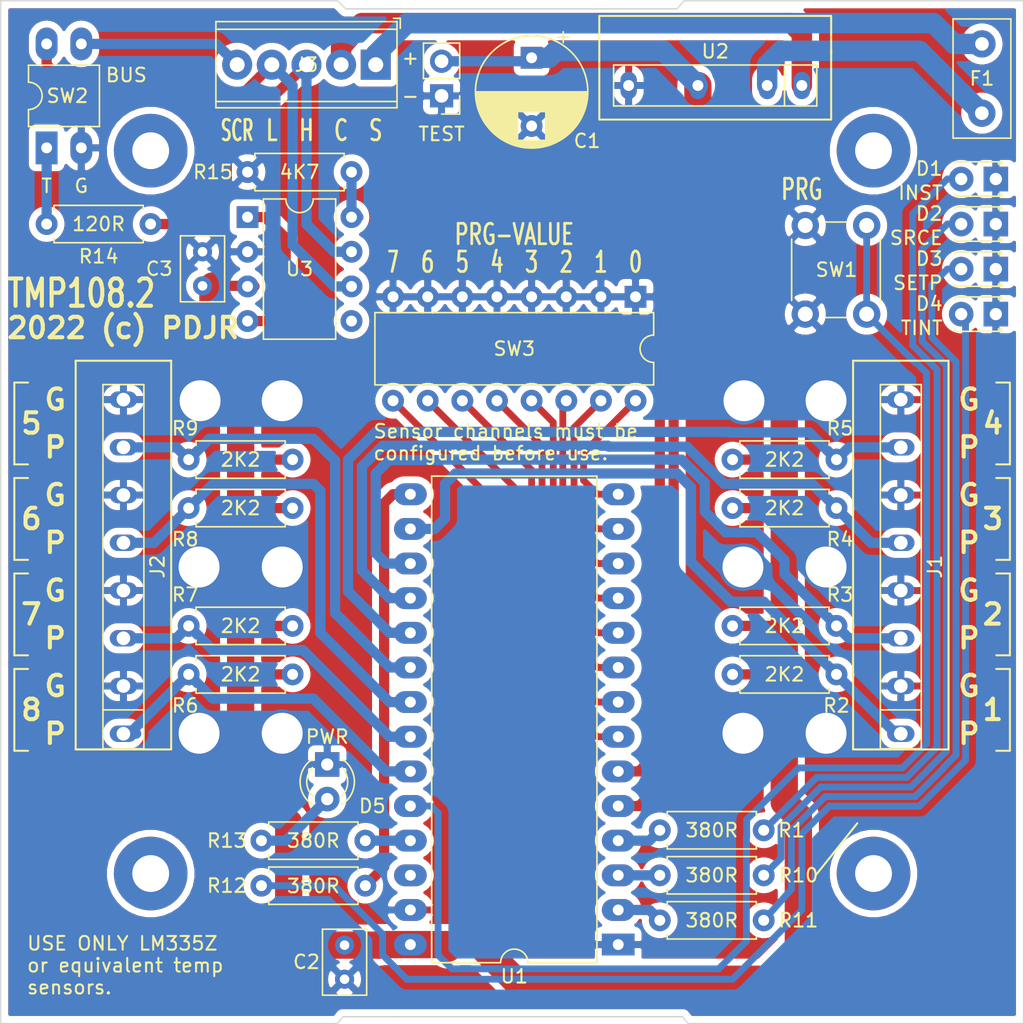
<source format=kicad_pcb>
(kicad_pcb (version 20171130) (host pcbnew 5.1.10-88a1d61d58~90~ubuntu20.04.1)
  (title_block (title "TMP108 Temperature Module") (date 2020-09-16) (rev 1.0) (company "PDJR <preeve@pdjr.eu>"))
  (layers (0 F.Cu signal hide) (31 B.Cu signal hide) (35 F.Paste user hide) (37 F.SilkS user) (38 B.Mask user) (39 F.Mask user) (44 Edge.Cuts user))
  (net 0 "")
  (net 1 GND)
  (net 2 "Net-(F1-Pad2)")
  (net 3 +5V)
  (net 4 /CAN_TX)
  (net 5 /CAN_RX)
  (net 6 /LED_PWR)
  (net 7 /CAN_SCR)
  (net 8 /CAN_L)
  (net 9 /CAN_H)
  (net 10 /NET_C)
  (net 11 /SENSOR_T0)
  (net 12 /SENSOR_T1)
  (net 13 /SENSOR_T2)
  (net 14 /SENSOR_T3)
  (net 15 /SENSOR_T4)
  (net 16 /SENSOR_T5)
  (net 17 /SENSOR_T6)
  (net 18 /SENSOR_T7)
  (net 19 /ADDR_7)
  (net 20 /ADDR_6)
  (net 21 /ADDR_5)
  (net 22 /ADDR_4)
  (net 23 /ADDR_3)
  (net 24 /ADDR_2)
  (net 25 /ADDR_1)
  (net 26 /ADDR_0)
  (net 27 "Net-(D1-Pad2)")
  (net 28 "Net-(D2-Pad2)")
  (net 29 "Net-(D3-Pad2)")
  (net 30 "Net-(D4-Pad2)")
  (net 31 /LED_INSTANCE)
  (net 32 /LED_SOURCE)
  (net 33 /LED_SETPOINT)
  (net 34 "Net-(R15-Pad2)")
  (net 35 "Net-(SW1-Pad2)")
  (net 36 /NET_S)
  (net 37 "Net-(U1-Pad26)")
  (net 38 "Net-(U3-Pad5)")
  (net 39 /TERM_A)
  (net 40 "Net-(D5-Pad2)")
  (net 41 /LED_INTERVAL)
  (module Package_DIP:DIP-28_W15.24mm_LongPads (layer F.Cu) (at 181.28 156.21 180)
    (fp_text reference U1 (at 7.62 -2.33) (layer F.SilkS))
    (fp_text value Teensy_3.2)
    (pad 28 thru_hole oval (at 15.24 0 180) (size 2.4 1.6) (drill 0.8) (layers *.Cu *.Mask) (net 3 +5V))
    (pad 14 thru_hole oval (at 0 33.02 180) (size 2.4 1.6) (drill 0.8) (layers *.Cu *.Mask) (net 26 /ADDR_0))
    (pad 27 thru_hole oval (at 15.24 2.54 180) (size 2.4 1.6) (drill 0.8) (layers *.Cu *.Mask) (net 1 GND))
    (pad 13 thru_hole oval (at 0 30.48 180) (size 2.4 1.6) (drill 0.8) (layers *.Cu *.Mask) (net 25 /ADDR_1))
    (pad 26 thru_hole oval (at 15.24 5.08 180) (size 2.4 1.6) (drill 0.8) (layers *.Cu *.Mask) (net 37 "Net-(U1-Pad26)"))
    (pad 12 thru_hole oval (at 0 27.94 180) (size 2.4 1.6) (drill 0.8) (layers *.Cu *.Mask) (net 24 /ADDR_2))
    (pad 25 thru_hole oval (at 15.24 7.62 180) (size 2.4 1.6) (drill 0.8) (layers *.Cu *.Mask) (net 6 /LED_PWR))
    (pad 11 thru_hole oval (at 0 25.4 180) (size 2.4 1.6) (drill 0.8) (layers *.Cu *.Mask) (net 23 /ADDR_3))
    (pad 24 thru_hole oval (at 15.24 10.16 180) (size 2.4 1.6) (drill 0.8) (layers *.Cu *.Mask) (net 35 "Net-(SW1-Pad2)"))
    (pad 10 thru_hole oval (at 0 22.86 180) (size 2.4 1.6) (drill 0.8) (layers *.Cu *.Mask) (net 22 /ADDR_4))
    (pad 23 thru_hole oval (at 15.24 12.7 180) (size 2.4 1.6) (drill 0.8) (layers *.Cu *.Mask) (net 18 /SENSOR_T7))
    (pad 9 thru_hole oval (at 0 20.32 180) (size 2.4 1.6) (drill 0.8) (layers *.Cu *.Mask) (net 21 /ADDR_5))
    (pad 22 thru_hole oval (at 15.24 15.24 180) (size 2.4 1.6) (drill 0.8) (layers *.Cu *.Mask) (net 17 /SENSOR_T6))
    (pad 8 thru_hole oval (at 0 17.78 180) (size 2.4 1.6) (drill 0.8) (layers *.Cu *.Mask) (net 20 /ADDR_6))
    (pad 21 thru_hole oval (at 15.24 17.78 180) (size 2.4 1.6) (drill 0.8) (layers *.Cu *.Mask) (net 16 /SENSOR_T5))
    (pad 7 thru_hole oval (at 0 15.24 180) (size 2.4 1.6) (drill 0.8) (layers *.Cu *.Mask) (net 19 /ADDR_7))
    (pad 20 thru_hole oval (at 15.24 20.32 180) (size 2.4 1.6) (drill 0.8) (layers *.Cu *.Mask) (net 15 /SENSOR_T4))
    (pad 6 thru_hole oval (at 0 12.7 180) (size 2.4 1.6) (drill 0.8) (layers *.Cu *.Mask) (net 5 /CAN_RX))
    (pad 19 thru_hole oval (at 15.24 22.86 180) (size 2.4 1.6) (drill 0.8) (layers *.Cu *.Mask) (net 14 /SENSOR_T3))
    (pad 5 thru_hole oval (at 0 10.16 180) (size 2.4 1.6) (drill 0.8) (layers *.Cu *.Mask) (net 4 /CAN_TX))
    (pad 18 thru_hole oval (at 15.24 25.4 180) (size 2.4 1.6) (drill 0.8) (layers *.Cu *.Mask) (net 13 /SENSOR_T2))
    (pad 4 thru_hole oval (at 0 7.62 180) (size 2.4 1.6) (drill 0.8) (layers *.Cu *.Mask) (net 31 /LED_INSTANCE))
    (pad 17 thru_hole oval (at 15.24 27.94 180) (size 2.4 1.6) (drill 0.8) (layers *.Cu *.Mask) (net 12 /SENSOR_T1))
    (pad 3 thru_hole oval (at 0 5.08 180) (size 2.4 1.6) (drill 0.8) (layers *.Cu *.Mask) (net 32 /LED_SOURCE))
    (pad 16 thru_hole oval (at 15.24 30.48 180) (size 2.4 1.6) (drill 0.8) (layers *.Cu *.Mask) (net 11 /SENSOR_T0))
    (pad 2 thru_hole oval (at 0 2.54 180) (size 2.4 1.6) (drill 0.8) (layers *.Cu *.Mask) (net 33 /LED_SETPOINT))
    (pad 15 thru_hole oval (at 15.24 33.02 180) (size 2.4 1.6) (drill 0.8) (layers *.Cu *.Mask) (net 41 /LED_INTERVAL))
    (pad 1 thru_hole rect (at 0 0 180) (size 2.4 1.6) (drill 0.8) (layers *.Cu *.Mask) (net 1 GND))
  )
  (module LED_THT:LED_D1.8mm_W3.3mm_H2.4mm (layer F.Cu) (at 208.966 109.982 180)
    (fp_text reference D4 (at 3.81 0.762) (layer F.SilkS) (effects (justify right)))
    (fp_text value TINT (at 3.81 -1.016) (layer F.SilkS) (effects (justify right)))
    (pad 2 thru_hole circle (at 2.54 0 180) (size 1.8 1.8) (drill 0.9) (layers *.Cu *.Mask) (net 30 "Net-(D4-Pad2)"))
    (pad 1 thru_hole rect (at 0 0 180) (size 1.8 1.8) (drill 0.9) (layers *.Cu *.Mask) (net 1 GND))
  )
  (module Resistor_THT:R_Axial_DIN0207_L6.3mm_D2.5mm_P7.62mm_Horizontal (layer F.Cu) (at 162.738 151.892 180)
    (fp_text reference R12 (at 10.16 0) (layer F.SilkS))
    (fp_text value 380R (at 3.81 -0.026) (layer F.SilkS))
    (pad 2 thru_hole oval (at 7.62 0 180) (size 1.6 1.6) (drill 0.8) (layers *.Cu *.Mask) (net 30 "Net-(D4-Pad2)"))
    (pad 1 thru_hole circle (at 0 0 180) (size 1.6 1.6) (drill 0.8) (layers *.Cu *.Mask) (net 41 /LED_INTERVAL))
  )
  (module Package_DIP:DIP-4_W7.62mm_LongPads (layer F.Cu) (at 139.37 97.79 90)
    (fp_text reference SW2 (at 3.81 1.524 180) (layer F.SilkS))
    (fp_text value BUS (at 5.334 5.842 180) (layer F.SilkS))
    (pad 4 thru_hole oval (at 7.62 0 90) (size 2.4 1.6) (drill 0.8) (layers *.Cu *.Mask) (net 8 /CAN_L))
    (pad 2 thru_hole oval (at 0 2.54 90) (size 2.4 1.6) (drill 0.8) (layers *.Cu *.Mask) (net 1 GND))
    (pad 3 thru_hole oval (at 7.62 2.54 90) (size 2.4 1.6) (drill 0.8) (layers *.Cu *.Mask) (net 7 /CAN_SCR))
    (pad 1 thru_hole rect (at 0 0 90) (size 2.4 1.6) (drill 0.8) (layers *.Cu *.Mask) (net 39 /TERM_A))
  )
  (module Resistor_THT:R_Axial_DIN0207_L6.3mm_D2.5mm_P7.62mm_Horizontal (layer F.Cu) (at 146.99 103.378 180)
    (fp_text reference R14 (at 3.81 -2.37) (layer F.SilkS))
    (fp_text value 120R (at 3.81 0) (layer F.SilkS))
    (pad 2 thru_hole oval (at 7.62 0 180) (size 1.6 1.6) (drill 0.8) (layers *.Cu *.Mask) (net 39 /TERM_A))
    (pad 1 thru_hole circle (at 0 0 180) (size 1.6 1.6) (drill 0.8) (layers *.Cu *.Mask) (net 9 /CAN_H))
  )
  (module Resistor_THT:R_Axial_DIN0207_L6.3mm_D2.5mm_P7.62mm_Horizontal (layer F.Cu) (at 149.784 124.206)
    (fp_text reference R8 (at -0.254 2.286) (layer F.SilkS))
    (fp_text value 2K2 (at 3.81 0) (layer F.SilkS))
    (pad 2 thru_hole oval (at 7.62 0) (size 1.6 1.6) (drill 0.8) (layers *.Cu *.Mask) (net 3 +5V))
    (pad 1 thru_hole circle (at 0 0) (size 1.6 1.6) (drill 0.8) (layers *.Cu *.Mask) (net 16 /SENSOR_T5))
  )
  (module Capacitor_THT:CP_Radial_D8.0mm_P5.00mm (layer F.Cu) (at 174.93 91.186 270)
    (fp_text reference C1 (at 6.096 -4.064 180) (layer F.SilkS))
    (fp_text value 1000uF)
    (pad 2 thru_hole circle (at 5 0 270) (size 1.6 1.6) (drill 0.8) (layers *.Cu *.Mask) (net 1 GND))
    (pad 1 thru_hole rect (at 0 0 270) (size 1.6 1.6) (drill 0.8) (layers *.Cu *.Mask) (net 3 +5V))
  )
  (module Resistor_THT:R_Axial_DIN0207_L6.3mm_D2.5mm_P7.62mm_Horizontal (layer F.Cu) (at 154.102 99.568)
    (fp_text reference R15 (at -2.54 0) (layer F.SilkS))
    (fp_text value 4K7 (at 3.81 0) (layer F.SilkS))
    (pad 2 thru_hole oval (at 7.62 0) (size 1.6 1.6) (drill 0.8) (layers *.Cu *.Mask) (net 34 "Net-(R15-Pad2)"))
    (pad 1 thru_hole circle (at 0 0) (size 1.6 1.6) (drill 0.8) (layers *.Cu *.Mask) (net 1 GND))
  )
  (module Resistor_THT:R_Axial_DIN0207_L6.3mm_D2.5mm_P7.62mm_Horizontal (layer F.Cu) (at 162.738 148.59 180)
    (fp_text reference R13 (at 10.16 0) (layer F.SilkS))
    (fp_text value 380R (at 3.81 0) (layer F.SilkS))
    (pad 2 thru_hole oval (at 7.62 0 180) (size 1.6 1.6) (drill 0.8) (layers *.Cu *.Mask) (net 40 "Net-(D5-Pad2)"))
    (pad 1 thru_hole circle (at 0 0 180) (size 1.6 1.6) (drill 0.8) (layers *.Cu *.Mask) (net 6 /LED_PWR))
  )
  (module Resistor_THT:R_Axial_DIN0207_L6.3mm_D2.5mm_P7.62mm_Horizontal (layer F.Cu) (at 184.328 154.432)
    (fp_text reference R11 (at 10.16 0) (layer F.SilkS))
    (fp_text value 380R (at 3.81 0) (layer F.SilkS))
    (pad 2 thru_hole oval (at 7.62 0) (size 1.6 1.6) (drill 0.8) (layers *.Cu *.Mask) (net 29 "Net-(D3-Pad2)"))
    (pad 1 thru_hole circle (at 0 0) (size 1.6 1.6) (drill 0.8) (layers *.Cu *.Mask) (net 33 /LED_SETPOINT))
  )
  (module Resistor_THT:R_Axial_DIN0207_L6.3mm_D2.5mm_P7.62mm_Horizontal (layer F.Cu) (at 184.328 151.13)
    (fp_text reference R10 (at 10.16 0) (layer F.SilkS))
    (fp_text value 380R (at 3.81 0) (layer F.SilkS))
    (pad 2 thru_hole oval (at 7.62 0) (size 1.6 1.6) (drill 0.8) (layers *.Cu *.Mask) (net 28 "Net-(D2-Pad2)"))
    (pad 1 thru_hole circle (at 0 0) (size 1.6 1.6) (drill 0.8) (layers *.Cu *.Mask) (net 32 /LED_SOURCE))
  )
  (module Resistor_THT:R_Axial_DIN0207_L6.3mm_D2.5mm_P7.62mm_Horizontal (layer F.Cu) (at 149.784 120.65)
    (fp_text reference R9 (at -0.254 -2.286) (layer F.SilkS))
    (fp_text value 2K2 (at 3.81 0) (layer F.SilkS))
    (pad 2 thru_hole oval (at 7.62 0) (size 1.6 1.6) (drill 0.8) (layers *.Cu *.Mask) (net 3 +5V))
    (pad 1 thru_hole circle (at 0 0) (size 1.6 1.6) (drill 0.8) (layers *.Cu *.Mask) (net 15 /SENSOR_T4))
  )
  (module Resistor_THT:R_Axial_DIN0207_L6.3mm_D2.5mm_P7.62mm_Horizontal (layer F.Cu) (at 149.784 132.842)
    (fp_text reference R7 (at -0.254 -2.286) (layer F.SilkS))
    (fp_text value 2K2 (at 3.81 0) (layer F.SilkS))
    (pad 2 thru_hole oval (at 7.62 0) (size 1.6 1.6) (drill 0.8) (layers *.Cu *.Mask) (net 3 +5V))
    (pad 1 thru_hole circle (at 0 0) (size 1.6 1.6) (drill 0.8) (layers *.Cu *.Mask) (net 17 /SENSOR_T6))
  )
  (module Resistor_THT:R_Axial_DIN0207_L6.3mm_D2.5mm_P7.62mm_Horizontal (layer F.Cu) (at 149.784 136.398)
    (fp_text reference R6 (at -0.254 2.286) (layer F.SilkS))
    (fp_text value 2K2 (at 3.81 0) (layer F.SilkS))
    (pad 2 thru_hole oval (at 7.62 0) (size 1.6 1.6) (drill 0.8) (layers *.Cu *.Mask) (net 3 +5V))
    (pad 1 thru_hole circle (at 0 0) (size 1.6 1.6) (drill 0.8) (layers *.Cu *.Mask) (net 18 /SENSOR_T7))
  )
  (module Resistor_THT:R_Axial_DIN0207_L6.3mm_D2.5mm_P7.62mm_Horizontal (layer F.Cu) (at 197.282 120.65 180)
    (fp_text reference R5 (at -0.254 2.286) (layer F.SilkS))
    (fp_text value 2K2 (at 3.81 0) (layer F.SilkS))
    (pad 2 thru_hole oval (at 7.62 0 180) (size 1.6 1.6) (drill 0.8) (layers *.Cu *.Mask) (net 3 +5V))
    (pad 1 thru_hole circle (at 0 0 180) (size 1.6 1.6) (drill 0.8) (layers *.Cu *.Mask) (net 14 /SENSOR_T3))
  )
  (module Resistor_THT:R_Axial_DIN0207_L6.3mm_D2.5mm_P7.62mm_Horizontal (layer F.Cu) (at 197.282 124.206 180)
    (fp_text reference R4 (at -0.254 -2.286) (layer F.SilkS))
    (fp_text value 2K2 (at 3.81 0) (layer F.SilkS))
    (pad 2 thru_hole oval (at 7.62 0 180) (size 1.6 1.6) (drill 0.8) (layers *.Cu *.Mask) (net 3 +5V))
    (pad 1 thru_hole circle (at 0 0 180) (size 1.6 1.6) (drill 0.8) (layers *.Cu *.Mask) (net 13 /SENSOR_T2))
  )
  (module Resistor_THT:R_Axial_DIN0207_L6.3mm_D2.5mm_P7.62mm_Horizontal (layer F.Cu) (at 197.282 132.842 180)
    (fp_text reference R3 (at -0.254 2.286) (layer F.SilkS))
    (fp_text value 2K2 (at 3.81 0) (layer F.SilkS))
    (pad 2 thru_hole oval (at 7.62 0 180) (size 1.6 1.6) (drill 0.8) (layers *.Cu *.Mask) (net 3 +5V))
    (pad 1 thru_hole circle (at 0 0 180) (size 1.6 1.6) (drill 0.8) (layers *.Cu *.Mask) (net 12 /SENSOR_T1))
  )
  (module Resistor_THT:R_Axial_DIN0207_L6.3mm_D2.5mm_P7.62mm_Horizontal (layer F.Cu) (at 197.282 136.398 180)
    (fp_text reference R2 (at 0 -2.286) (layer F.SilkS))
    (fp_text value 2K2 (at 3.81 0) (layer F.SilkS))
    (pad 2 thru_hole oval (at 7.62 0 180) (size 1.6 1.6) (drill 0.8) (layers *.Cu *.Mask) (net 3 +5V))
    (pad 1 thru_hole circle (at 0 0 180) (size 1.6 1.6) (drill 0.8) (layers *.Cu *.Mask) (net 11 /SENSOR_T0))
  )
  (module Resistor_THT:R_Axial_DIN0207_L6.3mm_D2.5mm_P7.62mm_Horizontal (layer F.Cu) (at 184.328 147.828)
    (fp_text reference R1 (at 9.652 0) (layer F.SilkS))
    (fp_text value 380R (at 3.81 0) (layer F.SilkS))
    (pad 2 thru_hole oval (at 7.62 0) (size 1.6 1.6) (drill 0.8) (layers *.Cu *.Mask) (net 27 "Net-(D1-Pad2)"))
    (pad 1 thru_hole circle (at 0 0) (size 1.6 1.6) (drill 0.8) (layers *.Cu *.Mask) (net 31 /LED_INSTANCE))
  )
  (module PDJR-connectors:TMR-1-1211 (layer F.Cu) (at 188.392 93.218 180)
    (fp_text reference U2 (at 0 2.5 180) (layer F.SilkS))
    (fp_text value TMR-1211)
    (pad 1 thru_hole oval (at -6.35 0 180) (size 1.2 2) (drill 0.8) (layers *.Cu *.Mask) (net 10 /NET_C))
    (pad 2 thru_hole oval (at -3.81 0 180) (size 1.2 2) (drill 0.8) (layers *.Cu *.Mask) (net 2 "Net-(F1-Pad2)"))
    (pad 4 thru_hole oval (at 1.27 0 180) (size 1.2 2) (drill 0.8) (layers *.Cu *.Mask) (net 3 +5V))
    (pad 6 thru_hole oval (at 6.35 0 180) (size 1.2 2) (drill 0.8) (layers *.Cu *.Mask) (net 1 GND))
  )
  (module Connector_PinHeader_2.54mm:PinHeader_1x02_P2.54mm_Vertical (layer F.Cu) (at 168.326 93.98 180)
    (fp_text reference TEST (at 0 -2.794) (layer F.SilkS))
    (fp_text value PinHeader_1x02_P2.54mm_Vertical)
    (pad 2 thru_hole oval (at 0 2.54 180) (size 1.7 1.7) (drill 1) (layers *.Cu *.Mask) (net 3 +5V))
    (pad 1 thru_hole rect (at 0 0 180) (size 1.7 1.7) (drill 1) (layers *.Cu *.Mask) (net 1 GND))
  )
  (module Package_DIP:DIP-8_W7.62mm (layer F.Cu) (at 154.102 102.87)
    (fp_text reference U3 (at 3.81 3.81 180) (layer F.SilkS))
    (fp_text value MCP2551-I-P hide)
    (pad 8 thru_hole oval (at 7.62 0) (size 1.6 1.6) (drill 0.8) (layers *.Cu *.Mask) (net 34 "Net-(R15-Pad2)"))
    (pad 4 thru_hole oval (at 0 7.62) (size 1.6 1.6) (drill 0.8) (layers *.Cu *.Mask) (net 5 /CAN_RX))
    (pad 7 thru_hole oval (at 7.62 2.54) (size 1.6 1.6) (drill 0.8) (layers *.Cu *.Mask) (net 9 /CAN_H))
    (pad 3 thru_hole oval (at 0 5.08) (size 1.6 1.6) (drill 0.8) (layers *.Cu *.Mask) (net 3 +5V))
    (pad 6 thru_hole oval (at 7.62 5.08) (size 1.6 1.6) (drill 0.8) (layers *.Cu *.Mask) (net 8 /CAN_L))
    (pad 2 thru_hole oval (at 0 2.54) (size 1.6 1.6) (drill 0.8) (layers *.Cu *.Mask) (net 1 GND))
    (pad 5 thru_hole oval (at 7.62 7.62) (size 1.6 1.6) (drill 0.8) (layers *.Cu *.Mask) (net 38 "Net-(U3-Pad5)"))
    (pad 1 thru_hole rect (at 0 0) (size 1.6 1.6) (drill 0.8) (layers *.Cu *.Mask) (net 4 /CAN_TX))
  )
  (module Capacitor_THT:C_Rect_L4.6mm_W3.0mm_P2.50mm_MKS02_FKP02 (layer F.Cu) (at 150.8 107.91 90)
    (fp_text reference C3 (at 1.25 -3.175 180) (layer F.SilkS))
    (fp_text value 100n)
    (pad 2 thru_hole circle (at 2.5 0 90) (size 1.4 1.4) (drill 0.7) (layers *.Cu *.Mask) (net 1 GND))
    (pad 1 thru_hole circle (at 0 0 90) (size 1.4 1.4) (drill 0.7) (layers *.Cu *.Mask) (net 3 +5V))
  )
  (module Capacitor_THT:C_Rect_L4.6mm_W3.0mm_P2.50mm_MKS02_FKP02 (layer F.Cu) (at 161.214 156.25 270)
    (fp_text reference C2 (at 1.23 2.794 180) (layer F.SilkS))
    (fp_text value 100nF)
    (pad 2 thru_hole circle (at 2.5 0 270) (size 1.4 1.4) (drill 0.7) (layers *.Cu *.Mask) (net 1 GND))
    (pad 1 thru_hole circle (at 0 0 270) (size 1.4 1.4) (drill 0.7) (layers *.Cu *.Mask) (net 3 +5V))
  )
  (module Button_Switch_THT:SW_PUSH_6mm_H4.3mm (layer F.Cu) (at 194.996 109.982 90)
    (fp_text reference SW1 (at 3.25 2.286 180) (layer F.SilkS))
    (fp_text value PRG (at 9.144 -0.254 180) (layer F.SilkS) (effects (font (size 1.5 1) (thickness 0.2))))
    (pad 1 thru_hole circle (at 6.5 0 180) (size 2 2) (drill 1.1) (layers *.Cu *.Mask) (net 1 GND))
    (pad 2 thru_hole circle (at 6.5 4.5 180) (size 2 2) (drill 1.1) (layers *.Cu *.Mask) (net 35 "Net-(SW1-Pad2)"))
    (pad 1 thru_hole circle (at 0 0 180) (size 2 2) (drill 1.1) (layers *.Cu *.Mask) (net 1 GND))
    (pad 2 thru_hole circle (at 0 4.5 180) (size 2 2) (drill 1.1) (layers *.Cu *.Mask) (net 35 "Net-(SW1-Pad2)"))
  )
  (module PDJR-connectors:Phoenix-FK-MPT-8-3,5 (layer F.Cu) (at 202 128.5 90)
    (fp_text reference J1 (at 0 2.5 90) (layer F.SilkS))
    (fp_text value Screw_Terminal_01x08)
    (pad 8 thru_hole oval (at 12.25 0 90) (size 1.2 2) (drill 1) (layers *.Cu *.Mask) (net 1 GND))
    (pad 7 thru_hole oval (at 8.75 0 90) (size 1.2 2) (drill 1) (layers *.Cu *.Mask) (net 14 /SENSOR_T3))
    (pad 6 thru_hole oval (at 5.25 0 90) (size 1.2 2) (drill 1) (layers *.Cu *.Mask) (net 1 GND))
    (pad 5 thru_hole oval (at 1.75 0 90) (size 1.2 2) (drill 1) (layers *.Cu *.Mask) (net 13 /SENSOR_T2))
    (pad 4 thru_hole oval (at -1.75 0 90) (size 1.2 2) (drill 1) (layers *.Cu *.Mask) (net 1 GND))
    (pad 3 thru_hole oval (at -5.25 0 90) (size 1.2 2) (drill 1) (layers *.Cu *.Mask) (net 12 /SENSOR_T1))
    (pad 2 thru_hole oval (at -8.75 0 90) (size 1.2 2) (drill 1) (layers *.Cu *.Mask) (net 1 GND))
    (pad 1 thru_hole oval (at -12.25 0 90) (size 1.2 2) (drill 1) (layers *.Cu *.Mask) (net 11 /SENSOR_T0))
  )
  (module PDJR-connectors:Phoenix-FK-MPT-8-3,5 (layer F.Cu) (at 145 128.5 90)
    (fp_text reference J2 (at 0 2.5 90) (layer F.SilkS))
    (fp_text value Screw_Terminal_01x08)
    (pad 8 thru_hole oval (at 12.25 0 90) (size 1.2 2) (drill 1) (layers *.Cu *.Mask) (net 1 GND))
    (pad 7 thru_hole oval (at 8.75 0 90) (size 1.2 2) (drill 1) (layers *.Cu *.Mask) (net 15 /SENSOR_T4))
    (pad 6 thru_hole oval (at 5.25 0 90) (size 1.2 2) (drill 1) (layers *.Cu *.Mask) (net 1 GND))
    (pad 5 thru_hole oval (at 1.75 0 90) (size 1.2 2) (drill 1) (layers *.Cu *.Mask) (net 16 /SENSOR_T5))
    (pad 4 thru_hole oval (at -1.75 0 90) (size 1.2 2) (drill 1) (layers *.Cu *.Mask) (net 1 GND))
    (pad 3 thru_hole oval (at -5.25 0 90) (size 1.2 2) (drill 1) (layers *.Cu *.Mask) (net 17 /SENSOR_T6))
    (pad 2 thru_hole oval (at -8.75 0 90) (size 1.2 2) (drill 1) (layers *.Cu *.Mask) (net 1 GND))
    (pad 1 thru_hole oval (at -12.25 0 90) (size 1.2 2) (drill 1) (layers *.Cu *.Mask) (net 18 /SENSOR_T7))
  )
  (module LED_THT:LED_D1.8mm_W3.3mm_H2.4mm (layer F.Cu) (at 208.966 106.68 180)
    (fp_text reference D3 (at 3.81 0.762) (layer F.SilkS) (effects (justify right)))
    (fp_text value SETP (at 3.81 -1.016) (layer F.SilkS) (effects (justify right)))
    (pad 2 thru_hole circle (at 2.54 0 180) (size 1.8 1.8) (drill 0.9) (layers *.Cu *.Mask) (net 29 "Net-(D3-Pad2)"))
    (pad 1 thru_hole rect (at 0 0 180) (size 1.8 1.8) (drill 0.9) (layers *.Cu *.Mask) (net 1 GND))
  )
  (module LED_THT:LED_D1.8mm_W3.3mm_H2.4mm (layer F.Cu) (at 208.966 103.378 180)
    (fp_text reference D2 (at 3.81 0.762) (layer F.SilkS) (effects (justify right)))
    (fp_text value SRCE (at 3.81 -1.016) (layer F.SilkS) (effects (justify right)))
    (pad 2 thru_hole circle (at 2.54 0 180) (size 1.8 1.8) (drill 0.9) (layers *.Cu *.Mask) (net 28 "Net-(D2-Pad2)"))
    (pad 1 thru_hole rect (at 0 0 180) (size 1.8 1.8) (drill 0.9) (layers *.Cu *.Mask) (net 1 GND))
  )
  (module LED_THT:LED_D1.8mm_W3.3mm_H2.4mm (layer F.Cu) (at 208.966 100.076 180)
    (fp_text reference D1 (at 3.81 0.762) (layer F.SilkS) (effects (justify right)))
    (fp_text value INST (at 3.81 -1.016) (layer F.SilkS) (effects (justify right)))
    (pad 2 thru_hole circle (at 2.54 0 180) (size 1.8 1.8) (drill 0.9) (layers *.Cu *.Mask) (net 27 "Net-(D1-Pad2)"))
    (pad 1 thru_hole rect (at 0 0 180) (size 1.8 1.8) (drill 0.9) (layers *.Cu *.Mask) (net 1 GND))
  )
  (module LED_THT:LED_D3.0mm_FlatTop (layer F.Cu) (at 159.944 143.002 270)
    (fp_text reference D5 (at 3.048 -3.302 180) (layer F.SilkS))
    (fp_text value PWR (at -2.032 0 180) (layer F.SilkS))
    (pad 2 thru_hole circle (at 2.54 0 270) (size 1.8 1.8) (drill 0.9) (layers *.Cu *.Mask) (net 40 "Net-(D5-Pad2)"))
    (pad 1 thru_hole rect (at 0 0 270) (size 1.8 1.8) (drill 0.9) (layers *.Cu *.Mask) (net 1 GND))
  )
  (module Package_DIP:DIP-16_W7.62mm (layer F.Cu) (at 182.55 108.712 270)
    (fp_text reference SW3 (at 3.81 8.89 180) (layer F.SilkS))
    (fp_text value PRG-VALUE (at -4.572 8.89 180) (layer F.SilkS) (effects (font (size 1.5 1) (thickness 0.2))))
    (pad 16 thru_hole oval (at 7.62 0 270) (size 1.6 1.6) (drill 0.8) (layers *.Cu *.Mask) (net 26 /ADDR_0))
    (pad 8 thru_hole oval (at 0 17.78 270) (size 1.6 1.6) (drill 0.8) (layers *.Cu *.Mask) (net 1 GND))
    (pad 15 thru_hole oval (at 7.62 2.54 270) (size 1.6 1.6) (drill 0.8) (layers *.Cu *.Mask) (net 25 /ADDR_1))
    (pad 7 thru_hole oval (at 0 15.24 270) (size 1.6 1.6) (drill 0.8) (layers *.Cu *.Mask) (net 1 GND))
    (pad 14 thru_hole oval (at 7.62 5.08 270) (size 1.6 1.6) (drill 0.8) (layers *.Cu *.Mask) (net 24 /ADDR_2))
    (pad 6 thru_hole oval (at 0 12.7 270) (size 1.6 1.6) (drill 0.8) (layers *.Cu *.Mask) (net 1 GND))
    (pad 13 thru_hole oval (at 7.62 7.62 270) (size 1.6 1.6) (drill 0.8) (layers *.Cu *.Mask) (net 23 /ADDR_3))
    (pad 5 thru_hole oval (at 0 10.16 270) (size 1.6 1.6) (drill 0.8) (layers *.Cu *.Mask) (net 1 GND))
    (pad 12 thru_hole oval (at 7.62 10.16 270) (size 1.6 1.6) (drill 0.8) (layers *.Cu *.Mask) (net 22 /ADDR_4))
    (pad 4 thru_hole oval (at 0 7.62 270) (size 1.6 1.6) (drill 0.8) (layers *.Cu *.Mask) (net 1 GND))
    (pad 11 thru_hole oval (at 7.62 12.7 270) (size 1.6 1.6) (drill 0.8) (layers *.Cu *.Mask) (net 21 /ADDR_5))
    (pad 3 thru_hole oval (at 0 5.08 270) (size 1.6 1.6) (drill 0.8) (layers *.Cu *.Mask) (net 1 GND))
    (pad 10 thru_hole oval (at 7.62 15.24 270) (size 1.6 1.6) (drill 0.8) (layers *.Cu *.Mask) (net 20 /ADDR_6))
    (pad 2 thru_hole oval (at 0 2.54 270) (size 1.6 1.6) (drill 0.8) (layers *.Cu *.Mask) (net 1 GND))
    (pad 9 thru_hole oval (at 7.62 17.78 270) (size 1.6 1.6) (drill 0.8) (layers *.Cu *.Mask) (net 19 /ADDR_7))
    (pad 1 thru_hole rect (at 0 0 270) (size 1.6 1.6) (drill 0.8) (layers *.Cu *.Mask) (net 1 GND))
  )
  (module TerminalBlock_Phoenix:TerminalBlock_Phoenix_MPT-0,5-5-2.54_1x05_P2.54mm_Horizontal (layer F.Cu) (at 163.5 91.694 180)
    (fp_text reference J3 (at 5.08 0) (layer F.SilkS))
    (fp_text value CAN)
    (pad 5 thru_hole circle (at 10.16 0 180) (size 2.2 2.2) (drill 1.1) (layers *.Cu *.Mask) (net 7 /CAN_SCR))
    (pad 4 thru_hole circle (at 7.62 0 180) (size 2.2 2.2) (drill 1.1) (layers *.Cu *.Mask) (net 8 /CAN_L))
    (pad 3 thru_hole circle (at 5.08 0 180) (size 2.2 2.2) (drill 1.1) (layers *.Cu *.Mask) (net 9 /CAN_H))
    (pad 2 thru_hole circle (at 2.54 0 180) (size 2.2 2.2) (drill 1.1) (layers *.Cu *.Mask) (net 10 /NET_C))
    (pad 1 thru_hole rect (at 0 0 180) (size 2.2 2.2) (drill 1.1) (layers *.Cu *.Mask) (net 36 /NET_S))
  )
  (module MountingHole:MountingHole_2.7mm_M2.5_Pad (layer F.Cu) (at 200 151)
    (fp_text reference REF** hide)
    (fp_text value MountingHole_2.7mm_M2.5_Pad hide)
    (pad 1 thru_hole circle (at 0 0) (size 5.4 5.4) (drill 2.7) (layers *.Cu *.Mask))
  )
  (module MountingHole:MountingHole_2.7mm_M2.5_Pad (layer F.Cu) (at 147 151)
    (fp_text reference REF** hide)
    (fp_text value MountingHole_2.7mm_M2.5_Pad hide)
    (pad 1 thru_hole circle (at 0 0) (size 5.4 5.4) (drill 2.7) (layers *.Cu *.Mask))
  )
  (module MountingHole:MountingHole_2.7mm_M2.5_Pad (layer F.Cu) (at 147 98)
    (fp_text reference REF** hide)
    (fp_text value M2.7 hide)
    (pad 1 thru_hole circle (at 0 0) (size 5.4 5.4) (drill 2.7) (layers *.Cu *.Mask))
  )
  (module MountingHole:MountingHole_2.7mm_M2.5_Pad (layer F.Cu) (at 200 98)
    (fp_text reference REF** hide)
    (fp_text value M2.7 hide)
    (pad 1 thru_hole circle (at 0 0) (size 5.4 5.4) (drill 2.7) (layers *.Cu *.Mask))
  )
  (module Fuse:Fuse_Littelfuse_395Series (layer F.Cu) (at 207.95 90.17 270)
    (fp_text reference F1 (at 2.54 0 180) (layer F.SilkS))
    (fp_text value 1A hide)
    (pad 2 thru_hole circle (at 5.08 0.01 270) (size 2 2) (drill 1) (layers *.Cu *.Mask) (net 2 "Net-(F1-Pad2)"))
    (pad 1 thru_hole circle (at 0 0 270) (size 2 2) (drill 1) (layers *.Cu *.Mask) (net 36 /NET_S))
  )
  (gr_text G (at 141.91 100.584) (layer F.SilkS) (effects (font (size 1 1))))
  (gr_text T (at 139.37 100.584) (layer F.SilkS) (effects (font (size 1 1))))
  (gr_text "Sensor channels must be\nconfigured before use." (at 163.246 119.38) (layer F.SilkS) (effects (font (size 1 1)) (justify left)))
  (gr_line (start 186.4 162) (end 211 162) (layer Edge.Cuts) (width 0.1))
  (gr_line (start 186 161.5) (end 186.4 162) (layer Edge.Cuts) (width 0.1))
  (gr_line (start 185.8 161.5) (end 186 161.5) (layer Edge.Cuts) (width 0.1))
  (gr_line (start 165.1 161.5) (end 185.8 161.5) (layer Edge.Cuts) (width 0.1))
  (gr_line (start 161.1 161.5) (end 165.1 161.5) (layer Edge.Cuts) (width 0.1))
  (gr_line (start 160.7 162) (end 161.1 161.5) (layer Edge.Cuts) (width 0.1))
  (gr_line (start 136 162) (end 160.7 162) (layer Edge.Cuts) (width 0.1))
  (gr_line (start 186.1 87) (end 211 87) (layer Edge.Cuts) (width 0.1))
  (gr_line (start 185.6 87.6) (end 186.1 87) (layer Edge.Cuts) (width 0.1))
  (gr_line (start 161.3 87.6) (end 185.6 87.6) (layer Edge.Cuts) (width 0.1))
  (gr_line (start 160.7 87) (end 161.3 87.6) (layer Edge.Cuts) (width 0.1))
  (gr_line (start 136 87) (end 160.7 87) (layer Edge.Cuts) (width 0.1))
  (gr_line (start 195.758 151.13) (end 198.806 147.32) (layer F.SilkS) (width 0.15))
  (gr_text "USE ONLY LM335Z\nor equivalent temp\nsensors." (at 137.846 157.734) (layer F.SilkS) (effects (font (size 1 1)) (justify left)))
  (gr_text + (at 166.04 91.186) (layer F.SilkS) (effects (font (size 1 1))))
  (gr_text - (at 166.04 93.98) (layer F.SilkS) (effects (font (size 1 1))))
  (gr_line (start 137 142) (end 138 142) (layer F.SilkS) (width 0.15))
  (gr_line (start 137 136) (end 137 142) (layer F.SilkS) (width 0.15))
  (gr_line (start 138 136) (end 137 136) (layer F.SilkS) (width 0.15))
  (gr_line (start 137 135) (end 138 135) (layer F.SilkS) (width 0.15))
  (gr_line (start 137 129) (end 137 135) (layer F.SilkS) (width 0.15))
  (gr_line (start 138 129) (end 137 129) (layer F.SilkS) (width 0.15))
  (gr_line (start 137 128) (end 138 128) (layer F.SilkS) (width 0.15))
  (gr_line (start 137 122) (end 137 128) (layer F.SilkS) (width 0.15))
  (gr_line (start 138 122) (end 137 122) (layer F.SilkS) (width 0.15))
  (gr_line (start 137 115) (end 138 115) (layer F.SilkS) (width 0.15))
  (gr_line (start 137 121) (end 137 115) (layer F.SilkS) (width 0.15))
  (gr_line (start 138 121) (end 137 121) (layer F.SilkS) (width 0.15))
  (gr_line (start 210 142) (end 209 142) (layer F.SilkS) (width 0.15))
  (gr_line (start 210 136) (end 210 142) (layer F.SilkS) (width 0.15))
  (gr_line (start 209 136) (end 210 136) (layer F.SilkS) (width 0.15))
  (gr_line (start 210 135) (end 209 135) (layer F.SilkS) (width 0.15))
  (gr_line (start 210 129) (end 210 135) (layer F.SilkS) (width 0.15))
  (gr_line (start 209 129) (end 210 129) (layer F.SilkS) (width 0.15))
  (gr_line (start 210 128) (end 209 128) (layer F.SilkS) (width 0.15))
  (gr_line (start 210 122) (end 210 128) (layer F.SilkS) (width 0.15))
  (gr_line (start 209 122) (end 210 122) (layer F.SilkS) (width 0.15))
  (gr_line (start 210 121) (end 209 121) (layer F.SilkS) (width 0.15))
  (gr_line (start 210 115) (end 210 121) (layer F.SilkS) (width 0.15))
  (gr_line (start 209 115) (end 210 115) (layer F.SilkS) (width 0.15))
  (gr_text 1 (at 208.75 139) (layer F.SilkS) (effects (font (size 1.5 1.5) (thickness 0.3))))
  (gr_text 2 (at 208.75 132) (layer F.SilkS) (effects (font (size 1.5 1.5) (thickness 0.3))))
  (gr_text 3 (at 208.75 125) (layer F.SilkS) (effects (font (size 1.5 1.5) (thickness 0.3))))
  (gr_text 4 (at 208.75 118) (layer F.SilkS) (effects (font (size 1.5 1.5) (thickness 0.3))))
  (gr_text P (at 207 140.75) (layer F.SilkS) (effects (font (size 1.5 1.5) (thickness 0.3))))
  (gr_text G (at 207 137.25) (layer F.SilkS) (effects (font (size 1.5 1.5) (thickness 0.3))))
  (gr_text P (at 207 133.75) (layer F.SilkS) (effects (font (size 1.5 1.5) (thickness 0.3))))
  (gr_text G (at 207 130.25) (layer F.SilkS) (effects (font (size 1.5 1.5) (thickness 0.3))))
  (gr_text P (at 207 126.75) (layer F.SilkS) (effects (font (size 1.5 1.5) (thickness 0.3))))
  (gr_text G (at 207 123.25) (layer F.SilkS) (effects (font (size 1.5 1.5) (thickness 0.3))))
  (gr_text G (at 207 116.25) (layer F.SilkS) (effects (font (size 1.5 1.5) (thickness 0.3))))
  (gr_text P (at 207 119.75) (layer F.SilkS) (effects (font (size 1.5 1.5) (thickness 0.3))))
  (gr_text 8 (at 138.25 139) (layer F.SilkS) (effects (font (size 1.5 1.5) (thickness 0.3))))
  (gr_text 7 (at 138.25 132) (layer F.SilkS) (effects (font (size 1.5 1.5) (thickness 0.3))))
  (gr_text 6 (at 138.25 125) (layer F.SilkS) (effects (font (size 1.5 1.5) (thickness 0.3))))
  (gr_text 5 (at 138.25 118) (layer F.SilkS) (effects (font (size 1.5 1.5) (thickness 0.3))))
  (gr_text G (at 140 137.25) (layer F.SilkS) (effects (font (size 1.5 1.5) (thickness 0.3))))
  (gr_text G (at 140 116.25) (layer F.SilkS) (effects (font (size 1.5 1.5) (thickness 0.3))))
  (gr_text G (at 140 123.25) (layer F.SilkS) (effects (font (size 1.5 1.5) (thickness 0.3))))
  (gr_text G (at 140 130.25) (layer F.SilkS) (effects (font (size 1.5 1.5) (thickness 0.3))))
  (gr_text P (at 140 140.75) (layer F.SilkS) (effects (font (size 1.5 1.5) (thickness 0.3))))
  (gr_text P (at 140 133.75) (layer F.SilkS) (effects (font (size 1.5 1.5) (thickness 0.3))))
  (gr_text P (at 140 126.75) (layer F.SilkS) (effects (font (size 1.5 1.5) (thickness 0.3))))
  (gr_text P (at 140 119.75) (layer F.SilkS) (effects (font (size 1.5 1.5) (thickness 0.3))))
  (gr_text 7 (at 164.77 106.172) (layer F.SilkS) (effects (font (size 1.5 0.8) (thickness 0.2))))
  (gr_text SCR (at 153.34 96.52) (layer F.SilkS) (effects (font (size 1.5 0.8) (thickness 0.2))))
  (gr_text 4 (at 172.39 106.172) (layer F.SilkS) (effects (font (size 1.5 1) (thickness 0.2))))
  (gr_line (start 211 87) (end 211 162) (layer Edge.Cuts) (width 0.1))
  (gr_line (start 136 162) (end 136 87) (layer Edge.Cuts) (width 0.1))
  (gr_text 6 (at 167.31 106.172) (layer F.SilkS) (effects (font (size 1.5 1) (thickness 0.2))))
  (gr_text 5 (at 169.85 106.172) (layer F.SilkS) (effects (font (size 1.5 1) (thickness 0.2))))
  (gr_text 2 (at 177.47 106.172) (layer F.SilkS) (effects (font (size 1.5 1) (thickness 0.2))))
  (gr_text "2022 (c) PDJR" (at 136.322 110.998) (layer F.SilkS) (effects (font (size 1.5 1.5) (thickness 0.3)) (justify left)))
  (gr_text 3 (at 174.93 106.172) (layer F.SilkS) (effects (font (size 1.5 1) (thickness 0.2))))
  (gr_text 1 (at 180.01 106.172) (layer F.SilkS) (effects (font (size 1.5 1) (thickness 0.2))))
  (gr_text "TMP108.2\n" (at 136.322 108.458) (layer F.SilkS) (effects (font (size 2 1.5) (thickness 0.3)) (justify left)))
  (gr_text L (at 155.88 96.52) (layer F.SilkS) (effects (font (size 1.5 1) (thickness 0.2))))
  (gr_text H (at 158.42 96.52) (layer F.SilkS) (effects (font (size 1.5 1) (thickness 0.2))))
  (gr_text S (at 163.5 96.52) (layer F.SilkS) (effects (font (size 1.5 1) (thickness 0.2))))
  (gr_text C (at 160.96 96.52) (layer F.SilkS) (effects (font (size 1.5 1) (thickness 0.2))))
  (gr_text 0 (at 182.55 106.172) (layer F.SilkS) (effects (font (size 1.5 1) (thickness 0.2))))
  (via (at 156.642 128.524) (size 3.5) (drill 3) (layers F.Cu B.Cu) (net 1))
  (via (at 150.546 128.524) (size 3.5) (drill 3) (layers F.Cu B.Cu) (net 1))
  (via (at 196.52 116.332) (size 3.5) (drill 3) (layers F.Cu B.Cu) (net 1))
  (via (at 196.52 140.716) (size 3.5) (drill 3) (layers F.Cu B.Cu) (net 1))
  (via (at 190.424 140.716) (size 3.5) (drill 3) (layers F.Cu B.Cu) (net 1))
  (via (at 190.5002 116.332) (size 3.5) (drill 3) (layers F.Cu B.Cu) (net 1))
  (via (at 196.52 128.524) (size 3.5) (drill 3) (layers F.Cu B.Cu) (net 1))
  (via (at 190.424 128.524) (size 3.5) (drill 3) (layers F.Cu B.Cu) (net 1))
  (via (at 150.546 140.716) (size 3.5) (drill 3) (layers F.Cu B.Cu) (net 1))
  (via (at 150.6222 116.332) (size 3.5) (drill 3) (layers F.Cu B.Cu) (net 1))
  (via (at 156.642 140.716) (size 3.5) (drill 3) (layers F.Cu B.Cu) (net 1))
  (via (at 156.642 116.332) (size 3.5) (drill 3) (layers F.Cu B.Cu) (net 1))
  (segment (start 205.82601 93.13601) (end 207.94 95.25) (width 1.5) (layer B.Cu) (net 2))
  (segment (start 192.202 93.218) (end 192.202 91.694) (width 1.5) (layer B.Cu) (net 2))
  (segment (start 192.202 91.694) (end 193.218 90.678) (width 1.5) (layer B.Cu) (net 2))
  (segment (start 203.368 90.678) (end 205.82601 93.13601) (width 1.5) (layer B.Cu) (net 2))
  (segment (start 193.218 90.678) (end 203.368 90.678) (width 1.5) (layer B.Cu) (net 2))
  (segment (start 168.834 156.464) (end 168.58 156.21) (width 2) (layer F.Cu) (net 3))
  (segment (start 163.794 156.21) (end 163.754 156.25) (width 2) (layer F.Cu) (net 3))
  (segment (start 168.58 156.21) (end 163.794 156.21) (width 2) (layer F.Cu) (net 3))
  (segment (start 187.122 107.188) (end 193.455467 113.300533) (width 2) (layer F.Cu) (net 3))
  (segment (start 187.122 93.218) (end 187.122 107.188) (width 2) (layer F.Cu) (net 3))
  (segment (start 176.2 91.186) (end 176.708 90.678) (width 1.5) (layer B.Cu) (net 3))
  (segment (start 174.93 91.186) (end 176.2 91.186) (width 1.5) (layer B.Cu) (net 3))
  (segment (start 184.582 90.678) (end 187.122 93.218) (width 1.5) (layer B.Cu) (net 3))
  (segment (start 176.708 90.678) (end 184.582 90.678) (width 1.5) (layer B.Cu) (net 3))
  (segment (start 174.676 91.44) (end 174.93 91.186) (width 0.75) (layer B.Cu) (net 3))
  (segment (start 168.326 91.44) (end 174.676 91.44) (width 0.75) (layer B.Cu) (net 3))
  (segment (start 193.438934 124.206) (end 193.455467 124.189467) (width 0.75) (layer F.Cu) (net 3))
  (segment (start 189.662 124.206) (end 193.438934 124.206) (width 0.75) (layer F.Cu) (net 3))
  (segment (start 193.438934 120.65) (end 193.455467 120.633467) (width 0.75) (layer F.Cu) (net 3))
  (segment (start 189.662 120.65) (end 193.438934 120.65) (width 0.75) (layer F.Cu) (net 3))
  (segment (start 193.455467 120.633467) (end 193.455467 124.189467) (width 2) (layer F.Cu) (net 3))
  (segment (start 193.455467 113.300533) (end 193.455467 120.633467) (width 2) (layer F.Cu) (net 3))
  (segment (start 193.184934 132.842) (end 193.455467 132.571467) (width 0.75) (layer F.Cu) (net 3))
  (segment (start 189.662 132.842) (end 193.184934 132.842) (width 0.75) (layer F.Cu) (net 3))
  (segment (start 193.455467 132.571467) (end 193.455467 133.874533) (width 2) (layer F.Cu) (net 3))
  (segment (start 193.455467 124.189467) (end 193.455467 132.571467) (width 2) (layer F.Cu) (net 3))
  (segment (start 193.438934 136.398) (end 193.455467 136.381467) (width 0.75) (layer F.Cu) (net 3))
  (segment (start 189.662 136.398) (end 193.438934 136.398) (width 0.75) (layer F.Cu) (net 3))
  (segment (start 193.455467 133.874533) (end 193.455467 136.381467) (width 2) (layer F.Cu) (net 3))
  (segment (start 151.562 111.76) (end 153.594 113.792) (width 2) (layer F.Cu) (net 3))
  (segment (start 153.594 143.613998) (end 155.118 145.137998) (width 2) (layer F.Cu) (net 3))
  (segment (start 151.562 107.91) (end 151.562 111.76) (width 2) (layer F.Cu) (net 3))
  (segment (start 157.404 120.65) (end 153.594 120.65) (width 0.75) (layer F.Cu) (net 3))
  (segment (start 153.594 113.792) (end 153.594 120.65) (width 2) (layer F.Cu) (net 3))
  (segment (start 157.404 124.206) (end 153.594 124.206) (width 0.75) (layer F.Cu) (net 3))
  (segment (start 153.594 120.65) (end 153.594 124.206) (width 2) (layer F.Cu) (net 3))
  (segment (start 153.848 132.842) (end 153.594 132.588) (width 0.75) (layer F.Cu) (net 3))
  (segment (start 157.404 132.842) (end 153.848 132.842) (width 0.75) (layer F.Cu) (net 3))
  (segment (start 153.594 124.206) (end 153.594 132.588) (width 2) (layer F.Cu) (net 3))
  (segment (start 154.356 136.398) (end 153.594 135.636) (width 0.75) (layer F.Cu) (net 3))
  (segment (start 157.404 136.398) (end 154.356 136.398) (width 0.75) (layer F.Cu) (net 3))
  (segment (start 153.594 135.636) (end 153.594 143.613998) (width 2) (layer F.Cu) (net 3))
  (segment (start 153.594 132.588) (end 153.594 135.636) (width 2) (layer F.Cu) (net 3))
  (segment (start 154.57 107.91) (end 154.61 107.95) (width 0.75) (layer F.Cu) (net 3))
  (segment (start 151.562 107.91) (end 154.57 107.91) (width 0.75) (layer F.Cu) (net 3))
  (segment (start 155.118 145.137998) (end 155.118 145.288) (width 2) (layer F.Cu) (net 3))
  (segment (start 157.118001 154.734001) (end 158.634 156.25) (width 2) (layer F.Cu) (net 3))
  (segment (start 157.118001 147.288001) (end 157.118001 154.734001) (width 2) (layer F.Cu) (net 3))
  (segment (start 155.118 145.288) (end 157.118001 147.288001) (width 2) (layer F.Cu) (net 3))
  (segment (start 158.634 156.25) (end 163.754 156.25) (width 2) (layer F.Cu) (net 3))
  (segment (start 173.66 158.75) (end 171.12 156.21) (width 2) (layer F.Cu) (net 3))
  (segment (start 171.12 156.21) (end 168.58 156.21) (width 2) (layer F.Cu) (net 3))
  (segment (start 192.202 158.75) (end 173.66 158.75) (width 2) (layer F.Cu) (net 3))
  (segment (start 194.488 146.812) (end 194.488 156.464) (width 2) (layer F.Cu) (net 3))
  (segment (start 193.455467 145.779467) (end 194.488 146.812) (width 2) (layer F.Cu) (net 3))
  (segment (start 194.488 156.464) (end 192.202 158.75) (width 2) (layer F.Cu) (net 3))
  (segment (start 193.455467 136.381467) (end 193.455467 145.779467) (width 2) (layer F.Cu) (net 3))
  (segment (start 156.896 104.394) (end 155.372 102.87) (width 0.75) (layer F.Cu) (net 4))
  (segment (start 156.896 110.670484) (end 156.896 104.394) (width 0.75) (layer F.Cu) (net 4))
  (segment (start 159.763516 113.538) (end 156.896 110.670484) (width 0.75) (layer F.Cu) (net 4))
  (segment (start 155.372 102.87) (end 154.102 102.87) (width 0.75) (layer F.Cu) (net 4))
  (segment (start 183.639517 113.538) (end 159.763516 113.538) (width 0.75) (layer F.Cu) (net 4))
  (segment (start 185.344 143.51) (end 185.344 115.242483) (width 0.75) (layer F.Cu) (net 4))
  (segment (start 185.344 115.242483) (end 183.639517 113.538) (width 0.75) (layer F.Cu) (net 4))
  (segment (start 182.804 146.05) (end 185.344 143.51) (width 0.75) (layer F.Cu) (net 4))
  (segment (start 181.28 146.05) (end 182.804 146.05) (width 0.75) (layer F.Cu) (net 4))
  (segment (start 159.436 114.554) (end 155.372 110.49) (width 0.75) (layer F.Cu) (net 5))
  (segment (start 183.312 114.554) (end 159.436 114.554) (width 0.75) (layer F.Cu) (net 5))
  (segment (start 155.372 110.49) (end 154.102 110.49) (width 0.75) (layer F.Cu) (net 5))
  (segment (start 184.328 141.986) (end 184.328 115.57) (width 0.75) (layer F.Cu) (net 5))
  (segment (start 184.328 115.57) (end 183.312 114.554) (width 0.75) (layer F.Cu) (net 5))
  (segment (start 182.804 143.51) (end 184.328 141.986) (width 0.75) (layer F.Cu) (net 5))
  (segment (start 181.28 143.51) (end 182.804 143.51) (width 0.75) (layer F.Cu) (net 5))
  (segment (start 166.04 148.59) (end 162.738 148.59) (width 0.75) (layer B.Cu) (net 6))
  (segment (start 151.816 90.17) (end 153.34 91.694) (width 0.75) (layer B.Cu) (net 7))
  (segment (start 141.91 90.17) (end 151.816 90.17) (width 0.75) (layer B.Cu) (net 7))
  (segment (start 157.404 104.902) (end 160.452 107.95) (width 0.75) (layer B.Cu) (net 8))
  (segment (start 157.404 93.218) (end 157.404 104.902) (width 0.75) (layer B.Cu) (net 8))
  (segment (start 160.452 107.95) (end 161.722 107.95) (width 0.75) (layer B.Cu) (net 8))
  (segment (start 155.88 91.694) (end 157.404 93.218) (width 0.75) (layer B.Cu) (net 8))
  (segment (start 153.848 93.726) (end 155.88 91.694) (width 0.75) (layer F.Cu) (net 8))
  (segment (start 141.402 93.726) (end 153.848 93.726) (width 0.75) (layer F.Cu) (net 8))
  (segment (start 139.37 91.694) (end 141.402 93.726) (width 0.75) (layer F.Cu) (net 8))
  (segment (start 139.37 90.17) (end 139.37 91.694) (width 0.75) (layer F.Cu) (net 8))
  (segment (start 152.578 97.282) (end 158.42 91.694) (width 0.75) (layer F.Cu) (net 9))
  (segment (start 152.578 100.33) (end 152.578 97.282) (width 0.75) (layer F.Cu) (net 9))
  (segment (start 149.53 103.378) (end 152.578 100.33) (width 0.75) (layer F.Cu) (net 9))
  (segment (start 146.99 103.378) (end 149.53 103.378) (width 0.75) (layer F.Cu) (net 9))
  (segment (start 160.452 105.41) (end 161.722 105.41) (width 0.75) (layer B.Cu) (net 9))
  (segment (start 158.42 103.378) (end 160.452 105.41) (width 0.75) (layer B.Cu) (net 9))
  (segment (start 158.42 91.694) (end 158.42 103.378) (width 0.75) (layer B.Cu) (net 9))
  (segment (start 193.98 88.646) (end 194.742 89.408) (width 1.5) (layer F.Cu) (net 10))
  (segment (start 162.484 88.646) (end 193.98 88.646) (width 1.5) (layer F.Cu) (net 10))
  (segment (start 160.96 90.424) (end 162.484 88.646) (width 1.5) (layer F.Cu) (net 10))
  (segment (start 194.742 89.408) (end 194.742 93.218) (width 1.5) (layer F.Cu) (net 10))
  (segment (start 160.96 91) (end 160.96 90.424) (width 1.5) (layer F.Cu) (net 10))
  (segment (start 201.634 140.75) (end 197.282 136.398) (width 0.75) (layer B.Cu) (net 11))
  (segment (start 202 140.75) (end 201.634 140.75) (width 0.75) (layer B.Cu) (net 11))
  (segment (start 186.614 128.155002) (end 189.522998 131.064) (width 0.75) (layer B.Cu) (net 11))
  (segment (start 186.614 122.682) (end 186.614 128.155002) (width 0.75) (layer B.Cu) (net 11))
  (segment (start 189.522998 131.064) (end 191.948 131.064) (width 0.75) (layer B.Cu) (net 11))
  (segment (start 185.598 121.666) (end 186.614 122.682) (width 0.75) (layer B.Cu) (net 11))
  (segment (start 191.948 131.064) (end 197.282 136.398) (width 0.75) (layer B.Cu) (net 11))
  (segment (start 169.342 121.666) (end 185.598 121.666) (width 0.75) (layer B.Cu) (net 11))
  (segment (start 168.58 122.428) (end 169.342 121.666) (width 0.75) (layer B.Cu) (net 11))
  (segment (start 168.58 124.968) (end 168.58 122.428) (width 0.75) (layer B.Cu) (net 11))
  (segment (start 167.818 125.73) (end 168.58 124.968) (width 0.75) (layer B.Cu) (net 11))
  (segment (start 166.04 125.73) (end 167.818 125.73) (width 0.75) (layer B.Cu) (net 11))
  (segment (start 185.344 120.65) (end 185.598 120.65) (width 0.75) (layer B.Cu) (net 12))
  (segment (start 198.19 133.75) (end 197.282 132.842) (width 0.75) (layer B.Cu) (net 12))
  (segment (start 202 133.75) (end 198.19 133.75) (width 0.75) (layer B.Cu) (net 12))
  (segment (start 185.925516 120.65) (end 185.344 120.65) (width 0.75) (layer B.Cu) (net 12))
  (segment (start 187.63 122.354484) (end 185.925516 120.65) (width 0.75) (layer B.Cu) (net 12))
  (segment (start 187.63 124.46) (end 187.63 122.354484) (width 0.75) (layer B.Cu) (net 12))
  (segment (start 189.154 125.984) (end 187.63 124.46) (width 0.75) (layer B.Cu) (net 12))
  (segment (start 191.44 125.984) (end 189.154 125.984) (width 0.75) (layer B.Cu) (net 12))
  (segment (start 193.472 128.016) (end 191.44 125.984) (width 0.75) (layer B.Cu) (net 12))
  (segment (start 193.472 129.032) (end 193.472 128.016) (width 0.75) (layer B.Cu) (net 12))
  (segment (start 197.282 132.842) (end 193.472 129.032) (width 0.75) (layer B.Cu) (net 12))
  (segment (start 168.326 120.65) (end 185.344 120.65) (width 0.75) (layer B.Cu) (net 12))
  (segment (start 168.293021 120.682979) (end 168.326 120.65) (width 0.75) (layer B.Cu) (net 12))
  (segment (start 164.483021 120.682979) (end 168.293021 120.682979) (width 0.75) (layer B.Cu) (net 12))
  (segment (start 163.5 121.666) (end 164.483021 120.682979) (width 0.75) (layer B.Cu) (net 12))
  (segment (start 163.5 127.508) (end 163.5 121.666) (width 0.75) (layer B.Cu) (net 12))
  (segment (start 164.262 128.27) (end 163.5 127.508) (width 0.75) (layer B.Cu) (net 12))
  (segment (start 166.04 128.27) (end 164.262 128.27) (width 0.75) (layer B.Cu) (net 12))
  (segment (start 199.826 126.75) (end 197.282 124.206) (width 0.75) (layer B.Cu) (net 13))
  (segment (start 202 126.75) (end 199.826 126.75) (width 0.75) (layer B.Cu) (net 13))
  (segment (start 164.516 130.81) (end 166.04 130.81) (width 0.75) (layer B.Cu) (net 13))
  (segment (start 162.484 128.778) (end 164.516 130.81) (width 0.75) (layer B.Cu) (net 13))
  (segment (start 162.484 121.158) (end 162.484 128.778) (width 0.75) (layer B.Cu) (net 13))
  (segment (start 180.58399 119.69999) (end 180.518 119.634) (width 0.75) (layer B.Cu) (net 13))
  (segment (start 164.008 119.634) (end 162.484 121.158) (width 0.75) (layer B.Cu) (net 13))
  (segment (start 186.319023 119.69999) (end 180.58399 119.69999) (width 0.75) (layer B.Cu) (net 13))
  (segment (start 189.047032 122.428) (end 186.319023 119.69999) (width 0.75) (layer B.Cu) (net 13))
  (segment (start 195.504 122.428) (end 189.047032 122.428) (width 0.75) (layer B.Cu) (net 13))
  (segment (start 180.518 119.634) (end 164.008 119.634) (width 0.75) (layer B.Cu) (net 13))
  (segment (start 197.282 124.206) (end 195.504 122.428) (width 0.75) (layer B.Cu) (net 13))
  (segment (start 198.182 119.75) (end 197.282 120.65) (width 0.75) (layer B.Cu) (net 14))
  (segment (start 202 119.75) (end 198.182 119.75) (width 0.75) (layer B.Cu) (net 14))
  (segment (start 161.468 130.302) (end 164.516 133.35) (width 0.75) (layer B.Cu) (net 14))
  (segment (start 161.468 120.65) (end 161.468 130.302) (width 0.75) (layer B.Cu) (net 14))
  (segment (start 189.345198 118.618) (end 163.5 118.618) (width 0.75) (layer B.Cu) (net 14))
  (segment (start 164.516 133.35) (end 166.04 133.35) (width 0.75) (layer B.Cu) (net 14))
  (segment (start 163.5 118.618) (end 161.468 120.65) (width 0.75) (layer B.Cu) (net 14))
  (segment (start 189.384199 118.657001) (end 189.345198 118.618) (width 0.75) (layer B.Cu) (net 14))
  (segment (start 195.289001 118.657001) (end 189.384199 118.657001) (width 0.75) (layer B.Cu) (net 14))
  (segment (start 197.282 120.65) (end 195.289001 118.657001) (width 0.75) (layer B.Cu) (net 14))
  (segment (start 148.884 119.75) (end 149.784 120.65) (width 0.75) (layer B.Cu) (net 15))
  (segment (start 145 119.75) (end 148.884 119.75) (width 0.75) (layer B.Cu) (net 15))
  (segment (start 164.516 135.89) (end 166.04 135.89) (width 0.75) (layer B.Cu) (net 15))
  (segment (start 160.51799 120.71599) (end 160.51799 131.89199) (width 0.75) (layer B.Cu) (net 15))
  (segment (start 158.928 119.126) (end 160.51799 120.71599) (width 0.75) (layer B.Cu) (net 15))
  (segment (start 160.51799 131.89199) (end 164.516 135.89) (width 0.75) (layer B.Cu) (net 15))
  (segment (start 151.308 119.126) (end 158.928 119.126) (width 0.75) (layer B.Cu) (net 15))
  (segment (start 149.784 120.65) (end 151.308 119.126) (width 0.75) (layer B.Cu) (net 15))
  (segment (start 147.24 126.75) (end 149.784 124.206) (width 0.75) (layer B.Cu) (net 16))
  (segment (start 145 126.75) (end 147.24 126.75) (width 0.75) (layer B.Cu) (net 16))
  (segment (start 164.516 138.43) (end 166.04 138.43) (width 0.75) (layer B.Cu) (net 16))
  (segment (start 159.436 133.35) (end 164.516 138.43) (width 0.75) (layer B.Cu) (net 16))
  (segment (start 159.436 122.936) (end 159.436 133.35) (width 0.75) (layer B.Cu) (net 16))
  (segment (start 158.928 122.428) (end 159.436 122.936) (width 0.75) (layer B.Cu) (net 16))
  (segment (start 151.562 122.428) (end 158.928 122.428) (width 0.75) (layer B.Cu) (net 16))
  (segment (start 149.784 124.206) (end 151.562 122.428) (width 0.75) (layer B.Cu) (net 16))
  (segment (start 148.876 133.75) (end 149.784 132.842) (width 0.75) (layer B.Cu) (net 17))
  (segment (start 145 133.75) (end 148.876 133.75) (width 0.75) (layer B.Cu) (net 17))
  (segment (start 164.516 140.97) (end 166.04 140.97) (width 0.75) (layer B.Cu) (net 17))
  (segment (start 158.166 134.62) (end 164.516 140.97) (width 0.75) (layer B.Cu) (net 17))
  (segment (start 151.562 134.62) (end 158.166 134.62) (width 0.75) (layer B.Cu) (net 17))
  (segment (start 149.784 132.842) (end 151.562 134.62) (width 0.75) (layer B.Cu) (net 17))
  (segment (start 145 140.75) (end 145.94 140.75) (width 0.75) (layer B.Cu) (net 18))
  (segment (start 145.432 140.75) (end 149.784 136.398) (width 0.75) (layer B.Cu) (net 18))
  (segment (start 145 140.75) (end 145.432 140.75) (width 0.75) (layer B.Cu) (net 18))
  (segment (start 164.262 143.51) (end 166.04 143.51) (width 0.75) (layer B.Cu) (net 18))
  (segment (start 158.928 138.176) (end 164.262 143.51) (width 0.75) (layer B.Cu) (net 18))
  (segment (start 151.562 138.176) (end 158.928 138.176) (width 0.75) (layer B.Cu) (net 18))
  (segment (start 149.784 136.398) (end 151.562 138.176) (width 0.75) (layer B.Cu) (net 18))
  (segment (start 179.756 140.97) (end 181.28 140.97) (width 0.5) (layer F.Cu) (net 19))
  (segment (start 173.406 134.62) (end 179.756 140.97) (width 0.5) (layer F.Cu) (net 19))
  (segment (start 173.406 124.968) (end 173.406 134.62) (width 0.5) (layer F.Cu) (net 19))
  (segment (start 164.77 116.332) (end 173.406 124.968) (width 0.5) (layer F.Cu) (net 19))
  (segment (start 179.756 138.43) (end 181.28 138.43) (width 0.5) (layer F.Cu) (net 20))
  (segment (start 174.22999 132.90399) (end 179.756 138.43) (width 0.5) (layer F.Cu) (net 20))
  (segment (start 174.22999 130.87199) (end 174.22999 132.90399) (width 0.5) (layer F.Cu) (net 20))
  (segment (start 174.168 130.81) (end 174.22999 130.87199) (width 0.5) (layer F.Cu) (net 20))
  (segment (start 174.168 123.19) (end 174.168 130.81) (width 0.5) (layer F.Cu) (net 20))
  (segment (start 167.31 116.332) (end 174.168 123.19) (width 0.5) (layer F.Cu) (net 20))
  (segment (start 179.756 135.89) (end 181.28 135.89) (width 0.5) (layer F.Cu) (net 21))
  (segment (start 174.93 131.064) (end 179.756 135.89) (width 0.5) (layer F.Cu) (net 21))
  (segment (start 174.93 121.412) (end 174.93 131.064) (width 0.5) (layer F.Cu) (net 21))
  (segment (start 169.85 116.332) (end 174.93 121.412) (width 0.5) (layer F.Cu) (net 21))
  (segment (start 179.756 133.35) (end 181.28 133.35) (width 0.5) (layer F.Cu) (net 22))
  (segment (start 175.692 129.286) (end 179.756 133.35) (width 0.5) (layer F.Cu) (net 22))
  (segment (start 175.692 119.634) (end 175.692 129.286) (width 0.5) (layer F.Cu) (net 22))
  (segment (start 172.39 116.332) (end 175.692 119.634) (width 0.5) (layer F.Cu) (net 22))
  (segment (start 174.93 116.332) (end 176.51599 117.91799) (width 0.5) (layer F.Cu) (net 23))
  (segment (start 176.51599 117.91799) (end 176.51599 127.56999) (width 0.5) (layer F.Cu) (net 23))
  (segment (start 179.756 130.81) (end 181.28 130.81) (width 0.5) (layer F.Cu) (net 23))
  (segment (start 176.51599 127.56999) (end 179.756 130.81) (width 0.5) (layer F.Cu) (net 23))
  (segment (start 179.756 128.27) (end 181.28 128.27) (width 0.5) (layer F.Cu) (net 24))
  (segment (start 177.216 125.73) (end 179.756 128.27) (width 0.5) (layer F.Cu) (net 24))
  (segment (start 177.216 116.586) (end 177.216 125.73) (width 0.5) (layer F.Cu) (net 24))
  (segment (start 177.47 116.332) (end 177.216 116.586) (width 0.5) (layer F.Cu) (net 24))
  (segment (start 179.756 125.73) (end 181.28 125.73) (width 0.5) (layer F.Cu) (net 25))
  (segment (start 178.03999 124.01399) (end 179.756 125.73) (width 0.5) (layer F.Cu) (net 25))
  (segment (start 178.03999 118.30201) (end 178.03999 124.01399) (width 0.5) (layer F.Cu) (net 25))
  (segment (start 180.01 116.332) (end 178.03999 118.30201) (width 0.5) (layer F.Cu) (net 25))
  (segment (start 179.756 123.19) (end 181.28 123.19) (width 0.5) (layer F.Cu) (net 26))
  (segment (start 178.74 122.174) (end 179.756 123.19) (width 0.5) (layer F.Cu) (net 26))
  (segment (start 178.74 120.142) (end 178.74 122.174) (width 0.5) (layer F.Cu) (net 26))
  (segment (start 182.55 116.332) (end 178.74 120.142) (width 0.5) (layer F.Cu) (net 26))
  (segment (start 202.87 112.268) (end 202.87 102.616) (width 0.5) (layer B.Cu) (net 27))
  (segment (start 204.648 114.046) (end 202.87 112.268) (width 0.5) (layer B.Cu) (net 27))
  (segment (start 202.42399 143.95601) (end 204.648 141.732) (width 0.5) (layer B.Cu) (net 27))
  (segment (start 204.648 141.732) (end 204.648 114.046) (width 0.5) (layer B.Cu) (net 27))
  (segment (start 195.81999 143.95601) (end 202.42399 143.95601) (width 0.5) (layer B.Cu) (net 27))
  (segment (start 206.426 100.076) (end 205.41 100.076) (width 0.5) (layer B.Cu) (net 27))
  (segment (start 205.41 100.076) (end 202.87 102.616) (width 0.5) (layer B.Cu) (net 27))
  (segment (start 191.948 147.828) (end 195.81999 143.95601) (width 0.5) (layer B.Cu) (net 27))
  (segment (start 205.41 103.378) (end 206.426 103.378) (width 0.5) (layer B.Cu) (net 28))
  (segment (start 203.57001 111.978048) (end 203.57001 105.21799) (width 0.5) (layer B.Cu) (net 28))
  (segment (start 205.34801 142.021953) (end 205.34801 113.756047) (width 0.5) (layer B.Cu) (net 28))
  (segment (start 205.34801 113.756047) (end 203.57001 111.978048) (width 0.5) (layer B.Cu) (net 28))
  (segment (start 196.13598 144.65602) (end 202.73998 144.65602) (width 0.5) (layer B.Cu) (net 28))
  (segment (start 204.14 143.229962) (end 205.34801 142.021953) (width 0.5) (layer B.Cu) (net 28))
  (segment (start 204.14 143.256) (end 204.14 143.229962) (width 0.5) (layer B.Cu) (net 28))
  (segment (start 202.73998 144.65602) (end 204.14 143.256) (width 0.5) (layer B.Cu) (net 28))
  (segment (start 193.218 147.574) (end 196.13598 144.65602) (width 0.5) (layer B.Cu) (net 28))
  (segment (start 193.218 149.86) (end 193.218 147.574) (width 0.5) (layer B.Cu) (net 28))
  (segment (start 203.57001 105.21799) (end 205.41 103.378) (width 0.5) (layer B.Cu) (net 28))
  (segment (start 191.948 151.13) (end 193.218 149.86) (width 0.5) (layer B.Cu) (net 28))
  (segment (start 205.41 106.68) (end 206.426 106.68) (width 0.5) (layer B.Cu) (net 29))
  (segment (start 204.27002 107.81998) (end 205.41 106.68) (width 0.5) (layer B.Cu) (net 29))
  (segment (start 204.27002 111.688095) (end 204.27002 107.81998) (width 0.5) (layer B.Cu) (net 29))
  (segment (start 206.04802 113.466094) (end 204.27002 111.688095) (width 0.5) (layer B.Cu) (net 29))
  (segment (start 206.04802 142.311906) (end 206.04802 113.466094) (width 0.5) (layer B.Cu) (net 29))
  (segment (start 205.156 143.203925) (end 206.04802 142.311906) (width 0.5) (layer B.Cu) (net 29))
  (segment (start 205.156 143.256) (end 205.156 143.203925) (width 0.5) (layer B.Cu) (net 29))
  (segment (start 203.05597 145.35603) (end 205.156 143.256) (width 0.5) (layer B.Cu) (net 29))
  (segment (start 196.45197 145.35603) (end 203.05597 145.35603) (width 0.5) (layer B.Cu) (net 29))
  (segment (start 193.98 147.828) (end 196.45197 145.35603) (width 0.5) (layer B.Cu) (net 29))
  (segment (start 193.98 152.146) (end 193.98 147.828) (width 0.5) (layer B.Cu) (net 29))
  (segment (start 191.948 154.432) (end 193.98 152.146) (width 0.5) (layer B.Cu) (net 29))
  (segment (start 206.748029 110.304029) (end 206.426 109.982) (width 0.5) (layer B.Cu) (net 30))
  (segment (start 206.748029 142.679971) (end 206.748029 110.304029) (width 0.5) (layer B.Cu) (net 30))
  (segment (start 203.37196 146.05604) (end 206.748029 142.679971) (width 0.5) (layer B.Cu) (net 30))
  (segment (start 164.008 156.972) (end 165.786 158.75) (width 0.5) (layer B.Cu) (net 30))
  (segment (start 194.742 148.082) (end 196.76796 146.05604) (width 0.5) (layer B.Cu) (net 30))
  (segment (start 164.008 155.448) (end 164.008 156.972) (width 0.5) (layer B.Cu) (net 30))
  (segment (start 165.786 158.75) (end 189.662 158.75) (width 0.5) (layer B.Cu) (net 30))
  (segment (start 160.452 151.892) (end 164.008 155.448) (width 0.5) (layer B.Cu) (net 30))
  (segment (start 196.76796 146.05604) (end 203.37196 146.05604) (width 0.5) (layer B.Cu) (net 30))
  (segment (start 194.742 153.67) (end 194.742 148.082) (width 0.5) (layer B.Cu) (net 30))
  (segment (start 189.662 158.75) (end 194.742 153.67) (width 0.5) (layer B.Cu) (net 30))
  (segment (start 155.118 151.892) (end 160.452 151.892) (width 0.5) (layer B.Cu) (net 30))
  (segment (start 183.566 148.59) (end 184.328 147.828) (width 0.75) (layer B.Cu) (net 31))
  (segment (start 181.28 148.59) (end 183.566 148.59) (width 0.75) (layer B.Cu) (net 31))
  (segment (start 181.28 151.13) (end 184.328 151.13) (width 0.75) (layer B.Cu) (net 32))
  (segment (start 183.566 153.67) (end 184.328 154.432) (width 0.75) (layer B.Cu) (net 33))
  (segment (start 181.28 153.67) (end 183.566 153.67) (width 0.75) (layer B.Cu) (net 33))
  (segment (start 162.23 102.87) (end 161.976 102.87) (width 0.75) (layer B.Cu) (net 34))
  (segment (start 161.722 102.87) (end 161.722 99.568) (width 0.75) (layer B.Cu) (net 34))
  (segment (start 199.496 109.982) (end 199.496 103.482) (width 0.5) (layer B.Cu) (net 35))
  (segment (start 199.496 103.482) (end 199.496 103.196) (width 0.5) (layer B.Cu) (net 35))
  (segment (start 203.124 113.538) (end 203.052 113.538) (width 0.5) (layer B.Cu) (net 35))
  (segment (start 203.886 114.3) (end 203.124 113.538) (width 0.5) (layer B.Cu) (net 35))
  (segment (start 166.04 146.05) (end 167.564 146.05) (width 0.5) (layer B.Cu) (net 35))
  (segment (start 167.564 146.05) (end 168.072 146.558) (width 0.5) (layer B.Cu) (net 35))
  (segment (start 203.886 141.478) (end 203.886 114.3) (width 0.5) (layer B.Cu) (net 35))
  (segment (start 168.072 146.558) (end 168.072 156.972) (width 0.5) (layer B.Cu) (net 35))
  (segment (start 168.072 156.972) (end 169.088 157.988) (width 0.5) (layer B.Cu) (net 35))
  (segment (start 188.646 157.988) (end 190.678 155.956) (width 0.5) (layer B.Cu) (net 35))
  (segment (start 190.697999 148.316001) (end 190.697999 147.046001) (width 0.5) (layer B.Cu) (net 35))
  (segment (start 190.678 155.956) (end 190.678 148.336) (width 0.5) (layer B.Cu) (net 35))
  (segment (start 203.052 113.538) (end 199.496 109.982) (width 0.5) (layer B.Cu) (net 35))
  (segment (start 190.678 148.336) (end 190.697999 148.316001) (width 0.5) (layer B.Cu) (net 35))
  (segment (start 169.088 157.988) (end 188.646 157.988) (width 0.5) (layer B.Cu) (net 35))
  (segment (start 190.697999 147.046001) (end 194.488 143.256) (width 0.5) (layer B.Cu) (net 35))
  (segment (start 194.488 143.256) (end 202.108 143.256) (width 0.5) (layer B.Cu) (net 35))
  (segment (start 202.108 143.256) (end 203.886 141.478) (width 0.5) (layer B.Cu) (net 35))
  (segment (start 163.5 90.932) (end 163.5 91) (width 1.5) (layer B.Cu) (net 36))
  (segment (start 165.786 88.646) (end 163.5 90.932) (width 1.5) (layer B.Cu) (net 36))
  (segment (start 204.394 88.646) (end 165.786 88.646) (width 1.5) (layer B.Cu) (net 36))
  (segment (start 205.918 90.17) (end 204.394 88.646) (width 1.5) (layer B.Cu) (net 36))
  (segment (start 207.95 90.17) (end 205.918 90.17) (width 1.5) (layer B.Cu) (net 36))
  (segment (start 139.37 103.378) (end 139.37 97.79) (width 0.75) (layer B.Cu) (net 39))
  (segment (start 156.896 148.59) (end 159.944 145.542) (width 0.75) (layer B.Cu) (net 40))
  (segment (start 155.118 148.59) (end 156.896 148.59) (width 0.75) (layer B.Cu) (net 40))
  (segment (start 166.04 123.19) (end 164.77 123.19) (width 0.75) (layer F.Cu) (net 41))
  (segment (start 164.113001 123.846999) (end 164.77 123.19) (width 0.75) (layer F.Cu) (net 41))
  (segment (start 164.113001 150.516999) (end 164.113001 123.846999) (width 0.75) (layer F.Cu) (net 41))
  (segment (start 162.738 151.892) (end 164.113001 150.516999) (width 0.75) (layer F.Cu) (net 41))
  (zone (net 1) (net_name GND) (layer B.Cu) (connect_pads (clearance 0.508)) (min_thickness 0.254) (fill yes (arc_segments 32) (thermal_gap 0.508) (thermal_bridge_width 0.508))
    (polygon (pts (xy 161.3 87.6) (xy 185.6 87.6) (xy 186.1 87) (xy 211 87) (xy 211 162) (xy 186.4 162) (xy 186 161.5) (xy 161.1 161.5) (xy 160.7 162) (xy 136 162) (xy 136 87) (xy 160.7 87)))
  )
  (zone (net 1) (net_name GND) (layer F.Cu) (connect_pads (clearance 0.508)) (min_thickness 0.254) (fill yes (arc_segments 32) (thermal_gap 0.508) (thermal_bridge_width 0.508))
    (polygon (pts (xy 161.3 87.6) (xy 185.6 87.6) (xy 186.1 87) (xy 211 87) (xy 211 162) (xy 186.4 162) (xy 186 161.5) (xy 161.1 161.5) (xy 160.7 162) (xy 136 162) (xy 136 87) (xy 160.7 87)))
  )
)
</source>
